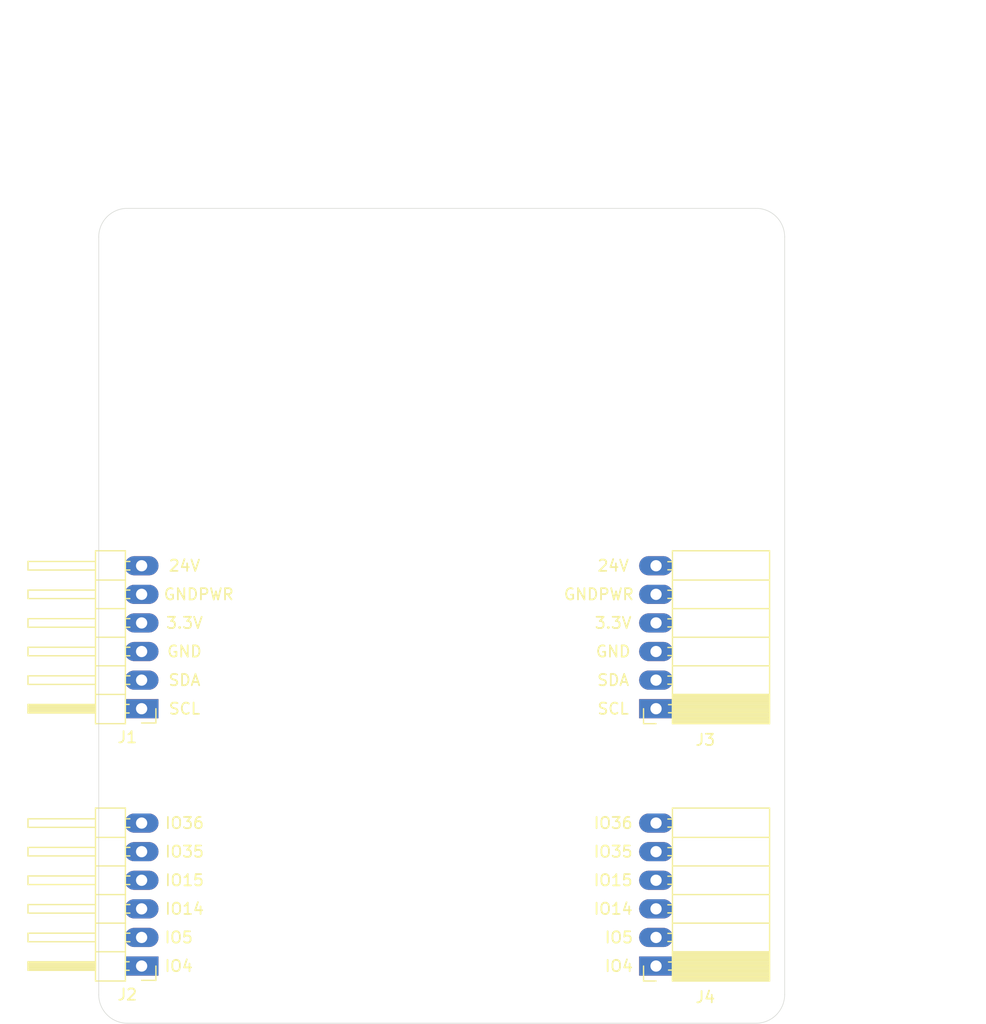
<source format=kicad_pcb>
(kicad_pcb (version 20171130) (host pcbnew 5.1.10-88a1d61d58~88~ubuntu20.04.1)

  (general
    (thickness 1.6)
    (drawings 39)
    (tracks 0)
    (zones 0)
    (modules 4)
    (nets 13)
  )

  (page A4)
  (layers
    (0 F.Cu signal)
    (31 B.Cu signal)
    (32 B.Adhes user)
    (33 F.Adhes user)
    (34 B.Paste user)
    (35 F.Paste user)
    (36 B.SilkS user)
    (37 F.SilkS user)
    (38 B.Mask user)
    (39 F.Mask user)
    (40 Dwgs.User user)
    (41 Cmts.User user)
    (42 Eco1.User user)
    (43 Eco2.User user)
    (44 Edge.Cuts user)
    (45 Margin user)
    (46 B.CrtYd user)
    (47 F.CrtYd user)
    (48 B.Fab user)
    (49 F.Fab user)
  )

  (setup
    (last_trace_width 0.2)
    (trace_clearance 0.2)
    (zone_clearance 0.508)
    (zone_45_only no)
    (trace_min 0.2)
    (via_size 0.6)
    (via_drill 0.3)
    (via_min_size 0.4)
    (via_min_drill 0.3)
    (uvia_size 0.6)
    (uvia_drill 0.3)
    (uvias_allowed no)
    (uvia_min_size 0.2)
    (uvia_min_drill 0.1)
    (edge_width 0.05)
    (segment_width 0.2)
    (pcb_text_width 0.3)
    (pcb_text_size 1.5 1.5)
    (mod_edge_width 0.12)
    (mod_text_size 1 1)
    (mod_text_width 0.15)
    (pad_size 3 1.7)
    (pad_drill 1)
    (pad_to_mask_clearance 0)
    (aux_axis_origin 60.96 134.62)
    (visible_elements FFFFFF7F)
    (pcbplotparams
      (layerselection 0x010f0_ffffffff)
      (usegerberextensions false)
      (usegerberattributes false)
      (usegerberadvancedattributes false)
      (creategerberjobfile false)
      (excludeedgelayer true)
      (linewidth 0.100000)
      (plotframeref false)
      (viasonmask false)
      (mode 1)
      (useauxorigin true)
      (hpglpennumber 1)
      (hpglpenspeed 20)
      (hpglpendiameter 15.000000)
      (psnegative false)
      (psa4output false)
      (plotreference true)
      (plotvalue true)
      (plotinvisibletext false)
      (padsonsilk false)
      (subtractmaskfromsilk false)
      (outputformat 1)
      (mirror false)
      (drillshape 0)
      (scaleselection 1)
      (outputdirectory "gerber/"))
  )

  (net 0 "")
  (net 1 +24V)
  (net 2 GNDPWR)
  (net 3 +3V3)
  (net 4 GND)
  (net 5 SCL)
  (net 6 SDA)
  (net 7 GPIO15)
  (net 8 GPIO5)
  (net 9 GPIO4)
  (net 10 GPIO36)
  (net 11 GPIO35)
  (net 12 GPIO14)

  (net_class Default "This is the default net class."
    (clearance 0.2)
    (trace_width 0.2)
    (via_dia 0.6)
    (via_drill 0.3)
    (uvia_dia 0.6)
    (uvia_drill 0.3)
    (add_net GPIO14)
    (add_net GPIO15)
    (add_net GPIO35)
    (add_net GPIO36)
    (add_net GPIO4)
    (add_net GPIO5)
    (add_net SCL)
    (add_net SDA)
  )

  (net_class Power ""
    (clearance 0.2)
    (trace_width 0.5)
    (via_dia 0.6)
    (via_drill 0.3)
    (uvia_dia 0.6)
    (uvia_drill 0.3)
    (add_net +24V)
    (add_net +3V3)
    (add_net GND)
    (add_net GNDPWR)
  )

  (module Connector_PinHeader_2.54mm:PinHeader_1x06_P2.54mm_Horizontal (layer F.Cu) (tedit 59FED5CB) (tstamp 600DFBDD)
    (at 67.31 121.92 180)
    (descr "Through hole angled pin header, 1x06, 2.54mm pitch, 6mm pin length, single row")
    (tags "Through hole angled pin header THT 1x06 2.54mm single row")
    (path /600DF682)
    (fp_text reference J2 (at 1.27 -2.54) (layer F.SilkS)
      (effects (font (size 1 1) (thickness 0.15)))
    )
    (fp_text value Conn_01x06_Male (at 4.385 14.97) (layer F.Fab)
      (effects (font (size 1 1) (thickness 0.15)))
    )
    (fp_line (start 10.55 -1.8) (end -1.8 -1.8) (layer F.CrtYd) (width 0.05))
    (fp_line (start 10.55 14.5) (end 10.55 -1.8) (layer F.CrtYd) (width 0.05))
    (fp_line (start -1.8 14.5) (end 10.55 14.5) (layer F.CrtYd) (width 0.05))
    (fp_line (start -1.8 -1.8) (end -1.8 14.5) (layer F.CrtYd) (width 0.05))
    (fp_line (start -1.27 -1.27) (end 0 -1.27) (layer F.SilkS) (width 0.12))
    (fp_line (start -1.27 0) (end -1.27 -1.27) (layer F.SilkS) (width 0.12))
    (fp_line (start 1.042929 13.08) (end 1.44 13.08) (layer F.SilkS) (width 0.12))
    (fp_line (start 1.042929 12.32) (end 1.44 12.32) (layer F.SilkS) (width 0.12))
    (fp_line (start 10.1 13.08) (end 4.1 13.08) (layer F.SilkS) (width 0.12))
    (fp_line (start 10.1 12.32) (end 10.1 13.08) (layer F.SilkS) (width 0.12))
    (fp_line (start 4.1 12.32) (end 10.1 12.32) (layer F.SilkS) (width 0.12))
    (fp_line (start 1.44 11.43) (end 4.1 11.43) (layer F.SilkS) (width 0.12))
    (fp_line (start 1.042929 10.54) (end 1.44 10.54) (layer F.SilkS) (width 0.12))
    (fp_line (start 1.042929 9.78) (end 1.44 9.78) (layer F.SilkS) (width 0.12))
    (fp_line (start 10.1 10.54) (end 4.1 10.54) (layer F.SilkS) (width 0.12))
    (fp_line (start 10.1 9.78) (end 10.1 10.54) (layer F.SilkS) (width 0.12))
    (fp_line (start 4.1 9.78) (end 10.1 9.78) (layer F.SilkS) (width 0.12))
    (fp_line (start 1.44 8.89) (end 4.1 8.89) (layer F.SilkS) (width 0.12))
    (fp_line (start 1.042929 8) (end 1.44 8) (layer F.SilkS) (width 0.12))
    (fp_line (start 1.042929 7.24) (end 1.44 7.24) (layer F.SilkS) (width 0.12))
    (fp_line (start 10.1 8) (end 4.1 8) (layer F.SilkS) (width 0.12))
    (fp_line (start 10.1 7.24) (end 10.1 8) (layer F.SilkS) (width 0.12))
    (fp_line (start 4.1 7.24) (end 10.1 7.24) (layer F.SilkS) (width 0.12))
    (fp_line (start 1.44 6.35) (end 4.1 6.35) (layer F.SilkS) (width 0.12))
    (fp_line (start 1.042929 5.46) (end 1.44 5.46) (layer F.SilkS) (width 0.12))
    (fp_line (start 1.042929 4.7) (end 1.44 4.7) (layer F.SilkS) (width 0.12))
    (fp_line (start 10.1 5.46) (end 4.1 5.46) (layer F.SilkS) (width 0.12))
    (fp_line (start 10.1 4.7) (end 10.1 5.46) (layer F.SilkS) (width 0.12))
    (fp_line (start 4.1 4.7) (end 10.1 4.7) (layer F.SilkS) (width 0.12))
    (fp_line (start 1.44 3.81) (end 4.1 3.81) (layer F.SilkS) (width 0.12))
    (fp_line (start 1.042929 2.92) (end 1.44 2.92) (layer F.SilkS) (width 0.12))
    (fp_line (start 1.042929 2.16) (end 1.44 2.16) (layer F.SilkS) (width 0.12))
    (fp_line (start 10.1 2.92) (end 4.1 2.92) (layer F.SilkS) (width 0.12))
    (fp_line (start 10.1 2.16) (end 10.1 2.92) (layer F.SilkS) (width 0.12))
    (fp_line (start 4.1 2.16) (end 10.1 2.16) (layer F.SilkS) (width 0.12))
    (fp_line (start 1.44 1.27) (end 4.1 1.27) (layer F.SilkS) (width 0.12))
    (fp_line (start 1.11 0.38) (end 1.44 0.38) (layer F.SilkS) (width 0.12))
    (fp_line (start 1.11 -0.38) (end 1.44 -0.38) (layer F.SilkS) (width 0.12))
    (fp_line (start 4.1 0.28) (end 10.1 0.28) (layer F.SilkS) (width 0.12))
    (fp_line (start 4.1 0.16) (end 10.1 0.16) (layer F.SilkS) (width 0.12))
    (fp_line (start 4.1 0.04) (end 10.1 0.04) (layer F.SilkS) (width 0.12))
    (fp_line (start 4.1 -0.08) (end 10.1 -0.08) (layer F.SilkS) (width 0.12))
    (fp_line (start 4.1 -0.2) (end 10.1 -0.2) (layer F.SilkS) (width 0.12))
    (fp_line (start 4.1 -0.32) (end 10.1 -0.32) (layer F.SilkS) (width 0.12))
    (fp_line (start 10.1 0.38) (end 4.1 0.38) (layer F.SilkS) (width 0.12))
    (fp_line (start 10.1 -0.38) (end 10.1 0.38) (layer F.SilkS) (width 0.12))
    (fp_line (start 4.1 -0.38) (end 10.1 -0.38) (layer F.SilkS) (width 0.12))
    (fp_line (start 4.1 -1.33) (end 1.44 -1.33) (layer F.SilkS) (width 0.12))
    (fp_line (start 4.1 14.03) (end 4.1 -1.33) (layer F.SilkS) (width 0.12))
    (fp_line (start 1.44 14.03) (end 4.1 14.03) (layer F.SilkS) (width 0.12))
    (fp_line (start 1.44 -1.33) (end 1.44 14.03) (layer F.SilkS) (width 0.12))
    (fp_line (start 4.04 13.02) (end 10.04 13.02) (layer F.Fab) (width 0.1))
    (fp_line (start 10.04 12.38) (end 10.04 13.02) (layer F.Fab) (width 0.1))
    (fp_line (start 4.04 12.38) (end 10.04 12.38) (layer F.Fab) (width 0.1))
    (fp_line (start -0.32 13.02) (end 1.5 13.02) (layer F.Fab) (width 0.1))
    (fp_line (start -0.32 12.38) (end -0.32 13.02) (layer F.Fab) (width 0.1))
    (fp_line (start -0.32 12.38) (end 1.5 12.38) (layer F.Fab) (width 0.1))
    (fp_line (start 4.04 10.48) (end 10.04 10.48) (layer F.Fab) (width 0.1))
    (fp_line (start 10.04 9.84) (end 10.04 10.48) (layer F.Fab) (width 0.1))
    (fp_line (start 4.04 9.84) (end 10.04 9.84) (layer F.Fab) (width 0.1))
    (fp_line (start -0.32 10.48) (end 1.5 10.48) (layer F.Fab) (width 0.1))
    (fp_line (start -0.32 9.84) (end -0.32 10.48) (layer F.Fab) (width 0.1))
    (fp_line (start -0.32 9.84) (end 1.5 9.84) (layer F.Fab) (width 0.1))
    (fp_line (start 4.04 7.94) (end 10.04 7.94) (layer F.Fab) (width 0.1))
    (fp_line (start 10.04 7.3) (end 10.04 7.94) (layer F.Fab) (width 0.1))
    (fp_line (start 4.04 7.3) (end 10.04 7.3) (layer F.Fab) (width 0.1))
    (fp_line (start -0.32 7.94) (end 1.5 7.94) (layer F.Fab) (width 0.1))
    (fp_line (start -0.32 7.3) (end -0.32 7.94) (layer F.Fab) (width 0.1))
    (fp_line (start -0.32 7.3) (end 1.5 7.3) (layer F.Fab) (width 0.1))
    (fp_line (start 4.04 5.4) (end 10.04 5.4) (layer F.Fab) (width 0.1))
    (fp_line (start 10.04 4.76) (end 10.04 5.4) (layer F.Fab) (width 0.1))
    (fp_line (start 4.04 4.76) (end 10.04 4.76) (layer F.Fab) (width 0.1))
    (fp_line (start -0.32 5.4) (end 1.5 5.4) (layer F.Fab) (width 0.1))
    (fp_line (start -0.32 4.76) (end -0.32 5.4) (layer F.Fab) (width 0.1))
    (fp_line (start -0.32 4.76) (end 1.5 4.76) (layer F.Fab) (width 0.1))
    (fp_line (start 4.04 2.86) (end 10.04 2.86) (layer F.Fab) (width 0.1))
    (fp_line (start 10.04 2.22) (end 10.04 2.86) (layer F.Fab) (width 0.1))
    (fp_line (start 4.04 2.22) (end 10.04 2.22) (layer F.Fab) (width 0.1))
    (fp_line (start -0.32 2.86) (end 1.5 2.86) (layer F.Fab) (width 0.1))
    (fp_line (start -0.32 2.22) (end -0.32 2.86) (layer F.Fab) (width 0.1))
    (fp_line (start -0.32 2.22) (end 1.5 2.22) (layer F.Fab) (width 0.1))
    (fp_line (start 4.04 0.32) (end 10.04 0.32) (layer F.Fab) (width 0.1))
    (fp_line (start 10.04 -0.32) (end 10.04 0.32) (layer F.Fab) (width 0.1))
    (fp_line (start 4.04 -0.32) (end 10.04 -0.32) (layer F.Fab) (width 0.1))
    (fp_line (start -0.32 0.32) (end 1.5 0.32) (layer F.Fab) (width 0.1))
    (fp_line (start -0.32 -0.32) (end -0.32 0.32) (layer F.Fab) (width 0.1))
    (fp_line (start -0.32 -0.32) (end 1.5 -0.32) (layer F.Fab) (width 0.1))
    (fp_line (start 1.5 -0.635) (end 2.135 -1.27) (layer F.Fab) (width 0.1))
    (fp_line (start 1.5 13.97) (end 1.5 -0.635) (layer F.Fab) (width 0.1))
    (fp_line (start 4.04 13.97) (end 1.5 13.97) (layer F.Fab) (width 0.1))
    (fp_line (start 4.04 -1.27) (end 4.04 13.97) (layer F.Fab) (width 0.1))
    (fp_line (start 2.135 -1.27) (end 4.04 -1.27) (layer F.Fab) (width 0.1))
    (fp_text user %R (at 2.77 6.35 90) (layer F.Fab)
      (effects (font (size 1 1) (thickness 0.15)))
    )
    (pad 6 thru_hole oval (at 0 12.7 180) (size 3 1.7) (drill 1) (layers *.Cu *.Mask)
      (net 10 GPIO36))
    (pad 5 thru_hole oval (at 0 10.16 180) (size 3 1.7) (drill 1) (layers *.Cu *.Mask)
      (net 11 GPIO35))
    (pad 4 thru_hole oval (at 0 7.62 180) (size 3 1.7) (drill 1) (layers *.Cu *.Mask)
      (net 7 GPIO15))
    (pad 3 thru_hole oval (at 0 5.08 180) (size 3 1.7) (drill 1) (layers *.Cu *.Mask)
      (net 12 GPIO14))
    (pad 2 thru_hole oval (at 0 2.54 180) (size 3 1.7) (drill 1) (layers *.Cu *.Mask)
      (net 8 GPIO5))
    (pad 1 thru_hole rect (at 0 0 180) (size 3 1.7) (drill 1) (layers *.Cu *.Mask)
      (net 9 GPIO4))
    (model ${KISYS3DMOD}/Connector_PinHeader_2.54mm.3dshapes/PinHeader_1x06_P2.54mm_Horizontal.wrl
      (at (xyz 0 0 0))
      (scale (xyz 1 1 1))
      (rotate (xyz 0 0 0))
    )
  )

  (module Connector_PinHeader_2.54mm:PinHeader_1x06_P2.54mm_Horizontal (layer F.Cu) (tedit 600DA0D7) (tstamp 600DFB76)
    (at 67.31 99.06 180)
    (descr "Through hole angled pin header, 1x06, 2.54mm pitch, 6mm pin length, single row")
    (tags "Through hole angled pin header THT 1x06 2.54mm single row")
    (path /600E0E0C)
    (fp_text reference J1 (at 1.27 -2.54) (layer F.SilkS)
      (effects (font (size 1 1) (thickness 0.15)))
    )
    (fp_text value Conn_01x06_Male (at 4.385 14.97) (layer F.Fab)
      (effects (font (size 1 1) (thickness 0.15)))
    )
    (fp_line (start 10.55 -1.8) (end -1.8 -1.8) (layer F.CrtYd) (width 0.05))
    (fp_line (start 10.55 14.5) (end 10.55 -1.8) (layer F.CrtYd) (width 0.05))
    (fp_line (start -1.8 14.5) (end 10.55 14.5) (layer F.CrtYd) (width 0.05))
    (fp_line (start -1.8 -1.8) (end -1.8 14.5) (layer F.CrtYd) (width 0.05))
    (fp_line (start -1.27 -1.27) (end 0 -1.27) (layer F.SilkS) (width 0.12))
    (fp_line (start -1.27 0) (end -1.27 -1.27) (layer F.SilkS) (width 0.12))
    (fp_line (start 1.042929 13.08) (end 1.44 13.08) (layer F.SilkS) (width 0.12))
    (fp_line (start 1.042929 12.32) (end 1.44 12.32) (layer F.SilkS) (width 0.12))
    (fp_line (start 10.1 13.08) (end 4.1 13.08) (layer F.SilkS) (width 0.12))
    (fp_line (start 10.1 12.32) (end 10.1 13.08) (layer F.SilkS) (width 0.12))
    (fp_line (start 4.1 12.32) (end 10.1 12.32) (layer F.SilkS) (width 0.12))
    (fp_line (start 1.44 11.43) (end 4.1 11.43) (layer F.SilkS) (width 0.12))
    (fp_line (start 1.042929 10.54) (end 1.44 10.54) (layer F.SilkS) (width 0.12))
    (fp_line (start 1.042929 9.78) (end 1.44 9.78) (layer F.SilkS) (width 0.12))
    (fp_line (start 10.1 10.54) (end 4.1 10.54) (layer F.SilkS) (width 0.12))
    (fp_line (start 10.1 9.78) (end 10.1 10.54) (layer F.SilkS) (width 0.12))
    (fp_line (start 4.1 9.78) (end 10.1 9.78) (layer F.SilkS) (width 0.12))
    (fp_line (start 1.44 8.89) (end 4.1 8.89) (layer F.SilkS) (width 0.12))
    (fp_line (start 1.042929 8) (end 1.44 8) (layer F.SilkS) (width 0.12))
    (fp_line (start 1.042929 7.24) (end 1.44 7.24) (layer F.SilkS) (width 0.12))
    (fp_line (start 10.1 8) (end 4.1 8) (layer F.SilkS) (width 0.12))
    (fp_line (start 10.1 7.24) (end 10.1 8) (layer F.SilkS) (width 0.12))
    (fp_line (start 4.1 7.24) (end 10.1 7.24) (layer F.SilkS) (width 0.12))
    (fp_line (start 1.44 6.35) (end 4.1 6.35) (layer F.SilkS) (width 0.12))
    (fp_line (start 1.042929 5.46) (end 1.44 5.46) (layer F.SilkS) (width 0.12))
    (fp_line (start 1.042929 4.7) (end 1.44 4.7) (layer F.SilkS) (width 0.12))
    (fp_line (start 10.1 5.46) (end 4.1 5.46) (layer F.SilkS) (width 0.12))
    (fp_line (start 10.1 4.7) (end 10.1 5.46) (layer F.SilkS) (width 0.12))
    (fp_line (start 4.1 4.7) (end 10.1 4.7) (layer F.SilkS) (width 0.12))
    (fp_line (start 1.44 3.81) (end 4.1 3.81) (layer F.SilkS) (width 0.12))
    (fp_line (start 1.042929 2.92) (end 1.44 2.92) (layer F.SilkS) (width 0.12))
    (fp_line (start 1.042929 2.16) (end 1.44 2.16) (layer F.SilkS) (width 0.12))
    (fp_line (start 10.1 2.92) (end 4.1 2.92) (layer F.SilkS) (width 0.12))
    (fp_line (start 10.1 2.16) (end 10.1 2.92) (layer F.SilkS) (width 0.12))
    (fp_line (start 4.1 2.16) (end 10.1 2.16) (layer F.SilkS) (width 0.12))
    (fp_line (start 1.44 1.27) (end 4.1 1.27) (layer F.SilkS) (width 0.12))
    (fp_line (start 1.11 0.38) (end 1.44 0.38) (layer F.SilkS) (width 0.12))
    (fp_line (start 1.11 -0.38) (end 1.44 -0.38) (layer F.SilkS) (width 0.12))
    (fp_line (start 4.1 0.28) (end 10.1 0.28) (layer F.SilkS) (width 0.12))
    (fp_line (start 4.1 0.16) (end 10.1 0.16) (layer F.SilkS) (width 0.12))
    (fp_line (start 4.1 0.04) (end 10.1 0.04) (layer F.SilkS) (width 0.12))
    (fp_line (start 4.1 -0.08) (end 10.1 -0.08) (layer F.SilkS) (width 0.12))
    (fp_line (start 4.1 -0.2) (end 10.1 -0.2) (layer F.SilkS) (width 0.12))
    (fp_line (start 4.1 -0.32) (end 10.1 -0.32) (layer F.SilkS) (width 0.12))
    (fp_line (start 10.1 0.38) (end 4.1 0.38) (layer F.SilkS) (width 0.12))
    (fp_line (start 10.1 -0.38) (end 10.1 0.38) (layer F.SilkS) (width 0.12))
    (fp_line (start 4.1 -0.38) (end 10.1 -0.38) (layer F.SilkS) (width 0.12))
    (fp_line (start 4.1 -1.33) (end 1.44 -1.33) (layer F.SilkS) (width 0.12))
    (fp_line (start 4.1 14.03) (end 4.1 -1.33) (layer F.SilkS) (width 0.12))
    (fp_line (start 1.44 14.03) (end 4.1 14.03) (layer F.SilkS) (width 0.12))
    (fp_line (start 1.44 -1.33) (end 1.44 14.03) (layer F.SilkS) (width 0.12))
    (fp_line (start 4.04 13.02) (end 10.04 13.02) (layer F.Fab) (width 0.1))
    (fp_line (start 10.04 12.38) (end 10.04 13.02) (layer F.Fab) (width 0.1))
    (fp_line (start 4.04 12.38) (end 10.04 12.38) (layer F.Fab) (width 0.1))
    (fp_line (start -0.32 13.02) (end 1.5 13.02) (layer F.Fab) (width 0.1))
    (fp_line (start -0.32 12.38) (end -0.32 13.02) (layer F.Fab) (width 0.1))
    (fp_line (start -0.32 12.38) (end 1.5 12.38) (layer F.Fab) (width 0.1))
    (fp_line (start 4.04 10.48) (end 10.04 10.48) (layer F.Fab) (width 0.1))
    (fp_line (start 10.04 9.84) (end 10.04 10.48) (layer F.Fab) (width 0.1))
    (fp_line (start 4.04 9.84) (end 10.04 9.84) (layer F.Fab) (width 0.1))
    (fp_line (start -0.32 10.48) (end 1.5 10.48) (layer F.Fab) (width 0.1))
    (fp_line (start -0.32 9.84) (end -0.32 10.48) (layer F.Fab) (width 0.1))
    (fp_line (start -0.32 9.84) (end 1.5 9.84) (layer F.Fab) (width 0.1))
    (fp_line (start 4.04 7.94) (end 10.04 7.94) (layer F.Fab) (width 0.1))
    (fp_line (start 10.04 7.3) (end 10.04 7.94) (layer F.Fab) (width 0.1))
    (fp_line (start 4.04 7.3) (end 10.04 7.3) (layer F.Fab) (width 0.1))
    (fp_line (start -0.32 7.94) (end 1.5 7.94) (layer F.Fab) (width 0.1))
    (fp_line (start -0.32 7.3) (end -0.32 7.94) (layer F.Fab) (width 0.1))
    (fp_line (start -0.32 7.3) (end 1.5 7.3) (layer F.Fab) (width 0.1))
    (fp_line (start 4.04 5.4) (end 10.04 5.4) (layer F.Fab) (width 0.1))
    (fp_line (start 10.04 4.76) (end 10.04 5.4) (layer F.Fab) (width 0.1))
    (fp_line (start 4.04 4.76) (end 10.04 4.76) (layer F.Fab) (width 0.1))
    (fp_line (start -0.32 5.4) (end 1.5 5.4) (layer F.Fab) (width 0.1))
    (fp_line (start -0.32 4.76) (end -0.32 5.4) (layer F.Fab) (width 0.1))
    (fp_line (start -0.32 4.76) (end 1.5 4.76) (layer F.Fab) (width 0.1))
    (fp_line (start 4.04 2.86) (end 10.04 2.86) (layer F.Fab) (width 0.1))
    (fp_line (start 10.04 2.22) (end 10.04 2.86) (layer F.Fab) (width 0.1))
    (fp_line (start 4.04 2.22) (end 10.04 2.22) (layer F.Fab) (width 0.1))
    (fp_line (start -0.32 2.86) (end 1.5 2.86) (layer F.Fab) (width 0.1))
    (fp_line (start -0.32 2.22) (end -0.32 2.86) (layer F.Fab) (width 0.1))
    (fp_line (start -0.32 2.22) (end 1.5 2.22) (layer F.Fab) (width 0.1))
    (fp_line (start 4.04 0.32) (end 10.04 0.32) (layer F.Fab) (width 0.1))
    (fp_line (start 10.04 -0.32) (end 10.04 0.32) (layer F.Fab) (width 0.1))
    (fp_line (start 4.04 -0.32) (end 10.04 -0.32) (layer F.Fab) (width 0.1))
    (fp_line (start -0.32 0.32) (end 1.5 0.32) (layer F.Fab) (width 0.1))
    (fp_line (start -0.32 -0.32) (end -0.32 0.32) (layer F.Fab) (width 0.1))
    (fp_line (start -0.32 -0.32) (end 1.5 -0.32) (layer F.Fab) (width 0.1))
    (fp_line (start 1.5 -0.635) (end 2.135 -1.27) (layer F.Fab) (width 0.1))
    (fp_line (start 1.5 13.97) (end 1.5 -0.635) (layer F.Fab) (width 0.1))
    (fp_line (start 4.04 13.97) (end 1.5 13.97) (layer F.Fab) (width 0.1))
    (fp_line (start 4.04 -1.27) (end 4.04 13.97) (layer F.Fab) (width 0.1))
    (fp_line (start 2.135 -1.27) (end 4.04 -1.27) (layer F.Fab) (width 0.1))
    (fp_text user %R (at 2.77 6.35 90) (layer F.Fab)
      (effects (font (size 1 1) (thickness 0.15)))
    )
    (pad 6 thru_hole oval (at 0 12.7 180) (size 3 1.7) (drill 1) (layers *.Cu *.Mask)
      (net 1 +24V))
    (pad 5 thru_hole oval (at 0 10.16 180) (size 3 1.7) (drill 1) (layers *.Cu *.Mask)
      (net 2 GNDPWR))
    (pad 4 thru_hole oval (at 0 7.62 180) (size 3 1.7) (drill 1) (layers *.Cu *.Mask)
      (net 3 +3V3))
    (pad 3 thru_hole oval (at 0 5.08 180) (size 3 1.7) (drill 1) (layers *.Cu *.Mask)
      (net 4 GND))
    (pad 2 thru_hole oval (at 0 2.54 180) (size 3 1.7) (drill 1) (layers *.Cu *.Mask)
      (net 6 SDA))
    (pad 1 thru_hole rect (at 0 0 180) (size 3 1.7) (drill 1) (layers *.Cu *.Mask)
      (net 5 SCL))
    (model ${KISYS3DMOD}/Connector_PinHeader_2.54mm.3dshapes/PinHeader_1x06_P2.54mm_Horizontal.wrl
      (at (xyz 0 0 0))
      (scale (xyz 1 1 1))
      (rotate (xyz 0 0 0))
    )
  )

  (module Connector_PinSocket_2.54mm:PinSocket_1x06_P2.54mm_Horizontal (layer F.Cu) (tedit 600CA424) (tstamp 600CFA97)
    (at 113.03 121.92 180)
    (descr "Through hole angled socket strip, 1x06, 2.54mm pitch, 8.51mm socket length, single row (from Kicad 4.0.7), script generated")
    (tags "Through hole angled socket strip THT 1x06 2.54mm single row")
    (path /6012ED6C)
    (fp_text reference J4 (at -4.38 -2.77) (layer F.SilkS)
      (effects (font (size 1 1) (thickness 0.15)))
    )
    (fp_text value Conn_01x06_Female (at -2.54 15.47) (layer F.Fab)
      (effects (font (size 1 1) (thickness 0.15)))
    )
    (fp_line (start -10.03 -1.27) (end -2.49 -1.27) (layer F.Fab) (width 0.1))
    (fp_line (start -2.49 -1.27) (end -1.52 -0.3) (layer F.Fab) (width 0.1))
    (fp_line (start -1.52 -0.3) (end -1.52 13.97) (layer F.Fab) (width 0.1))
    (fp_line (start -1.52 13.97) (end -10.03 13.97) (layer F.Fab) (width 0.1))
    (fp_line (start -10.03 13.97) (end -10.03 -1.27) (layer F.Fab) (width 0.1))
    (fp_line (start 0 -0.3) (end -1.52 -0.3) (layer F.Fab) (width 0.1))
    (fp_line (start -1.52 0.3) (end 0 0.3) (layer F.Fab) (width 0.1))
    (fp_line (start 0 0.3) (end 0 -0.3) (layer F.Fab) (width 0.1))
    (fp_line (start 0 2.24) (end -1.52 2.24) (layer F.Fab) (width 0.1))
    (fp_line (start -1.52 2.84) (end 0 2.84) (layer F.Fab) (width 0.1))
    (fp_line (start 0 2.84) (end 0 2.24) (layer F.Fab) (width 0.1))
    (fp_line (start 0 4.78) (end -1.52 4.78) (layer F.Fab) (width 0.1))
    (fp_line (start -1.52 5.38) (end 0 5.38) (layer F.Fab) (width 0.1))
    (fp_line (start 0 5.38) (end 0 4.78) (layer F.Fab) (width 0.1))
    (fp_line (start 0 7.32) (end -1.52 7.32) (layer F.Fab) (width 0.1))
    (fp_line (start -1.52 7.92) (end 0 7.92) (layer F.Fab) (width 0.1))
    (fp_line (start 0 7.92) (end 0 7.32) (layer F.Fab) (width 0.1))
    (fp_line (start 0 9.86) (end -1.52 9.86) (layer F.Fab) (width 0.1))
    (fp_line (start -1.52 10.46) (end 0 10.46) (layer F.Fab) (width 0.1))
    (fp_line (start 0 10.46) (end 0 9.86) (layer F.Fab) (width 0.1))
    (fp_line (start 0 12.4) (end -1.52 12.4) (layer F.Fab) (width 0.1))
    (fp_line (start -1.52 13) (end 0 13) (layer F.Fab) (width 0.1))
    (fp_line (start 0 13) (end 0 12.4) (layer F.Fab) (width 0.1))
    (fp_line (start -10.09 -1.21) (end -1.46 -1.21) (layer F.SilkS) (width 0.12))
    (fp_line (start -10.09 -1.091905) (end -1.46 -1.091905) (layer F.SilkS) (width 0.12))
    (fp_line (start -10.09 -0.97381) (end -1.46 -0.97381) (layer F.SilkS) (width 0.12))
    (fp_line (start -10.09 -0.855715) (end -1.46 -0.855715) (layer F.SilkS) (width 0.12))
    (fp_line (start -10.09 -0.73762) (end -1.46 -0.73762) (layer F.SilkS) (width 0.12))
    (fp_line (start -10.09 -0.619525) (end -1.46 -0.619525) (layer F.SilkS) (width 0.12))
    (fp_line (start -10.09 -0.50143) (end -1.46 -0.50143) (layer F.SilkS) (width 0.12))
    (fp_line (start -10.09 -0.383335) (end -1.46 -0.383335) (layer F.SilkS) (width 0.12))
    (fp_line (start -10.09 -0.26524) (end -1.46 -0.26524) (layer F.SilkS) (width 0.12))
    (fp_line (start -10.09 -0.147145) (end -1.46 -0.147145) (layer F.SilkS) (width 0.12))
    (fp_line (start -10.09 -0.02905) (end -1.46 -0.02905) (layer F.SilkS) (width 0.12))
    (fp_line (start -10.09 0.089045) (end -1.46 0.089045) (layer F.SilkS) (width 0.12))
    (fp_line (start -10.09 0.20714) (end -1.46 0.20714) (layer F.SilkS) (width 0.12))
    (fp_line (start -10.09 0.325235) (end -1.46 0.325235) (layer F.SilkS) (width 0.12))
    (fp_line (start -10.09 0.44333) (end -1.46 0.44333) (layer F.SilkS) (width 0.12))
    (fp_line (start -10.09 0.561425) (end -1.46 0.561425) (layer F.SilkS) (width 0.12))
    (fp_line (start -10.09 0.67952) (end -1.46 0.67952) (layer F.SilkS) (width 0.12))
    (fp_line (start -10.09 0.797615) (end -1.46 0.797615) (layer F.SilkS) (width 0.12))
    (fp_line (start -10.09 0.91571) (end -1.46 0.91571) (layer F.SilkS) (width 0.12))
    (fp_line (start -10.09 1.033805) (end -1.46 1.033805) (layer F.SilkS) (width 0.12))
    (fp_line (start -10.09 1.1519) (end -1.46 1.1519) (layer F.SilkS) (width 0.12))
    (fp_line (start -1.46 -0.36) (end -1.11 -0.36) (layer F.SilkS) (width 0.12))
    (fp_line (start -1.46 0.36) (end -1.11 0.36) (layer F.SilkS) (width 0.12))
    (fp_line (start -1.46 2.18) (end -1.05 2.18) (layer F.SilkS) (width 0.12))
    (fp_line (start -1.46 2.9) (end -1.05 2.9) (layer F.SilkS) (width 0.12))
    (fp_line (start -1.46 4.72) (end -1.05 4.72) (layer F.SilkS) (width 0.12))
    (fp_line (start -1.46 5.44) (end -1.05 5.44) (layer F.SilkS) (width 0.12))
    (fp_line (start -1.46 7.26) (end -1.05 7.26) (layer F.SilkS) (width 0.12))
    (fp_line (start -1.46 7.98) (end -1.05 7.98) (layer F.SilkS) (width 0.12))
    (fp_line (start -1.46 9.8) (end -1.05 9.8) (layer F.SilkS) (width 0.12))
    (fp_line (start -1.46 10.52) (end -1.05 10.52) (layer F.SilkS) (width 0.12))
    (fp_line (start -1.46 12.34) (end -1.05 12.34) (layer F.SilkS) (width 0.12))
    (fp_line (start -1.46 13.06) (end -1.05 13.06) (layer F.SilkS) (width 0.12))
    (fp_line (start -10.09 1.27) (end -1.46 1.27) (layer F.SilkS) (width 0.12))
    (fp_line (start -10.09 3.81) (end -1.46 3.81) (layer F.SilkS) (width 0.12))
    (fp_line (start -10.09 6.35) (end -1.46 6.35) (layer F.SilkS) (width 0.12))
    (fp_line (start -10.09 8.89) (end -1.46 8.89) (layer F.SilkS) (width 0.12))
    (fp_line (start -10.09 11.43) (end -1.46 11.43) (layer F.SilkS) (width 0.12))
    (fp_line (start -10.09 -1.33) (end -1.46 -1.33) (layer F.SilkS) (width 0.12))
    (fp_line (start -1.46 -1.33) (end -1.46 14.03) (layer F.SilkS) (width 0.12))
    (fp_line (start -10.09 14.03) (end -1.46 14.03) (layer F.SilkS) (width 0.12))
    (fp_line (start -10.09 -1.33) (end -10.09 14.03) (layer F.SilkS) (width 0.12))
    (fp_line (start 1.11 -1.33) (end 1.11 0) (layer F.SilkS) (width 0.12))
    (fp_line (start 0 -1.33) (end 1.11 -1.33) (layer F.SilkS) (width 0.12))
    (fp_line (start 1.75 -1.8) (end -10.55 -1.8) (layer F.CrtYd) (width 0.05))
    (fp_line (start -10.55 -1.8) (end -10.55 14.45) (layer F.CrtYd) (width 0.05))
    (fp_line (start -10.55 14.45) (end 1.75 14.45) (layer F.CrtYd) (width 0.05))
    (fp_line (start 1.75 14.45) (end 1.75 -1.8) (layer F.CrtYd) (width 0.05))
    (fp_text user %R (at -5.775 6.35 90) (layer F.Fab)
      (effects (font (size 1 1) (thickness 0.15)))
    )
    (pad 6 thru_hole oval (at 0 12.7 180) (size 3 1.7) (drill 1) (layers *.Cu *.Mask)
      (net 10 GPIO36))
    (pad 5 thru_hole oval (at 0 10.16 180) (size 3 1.7) (drill 1) (layers *.Cu *.Mask)
      (net 11 GPIO35))
    (pad 4 thru_hole oval (at 0 7.62 180) (size 3 1.7) (drill 1) (layers *.Cu *.Mask)
      (net 7 GPIO15))
    (pad 3 thru_hole oval (at 0 5.08 180) (size 3 1.7) (drill 1) (layers *.Cu *.Mask)
      (net 12 GPIO14))
    (pad 2 thru_hole oval (at 0 2.54 180) (size 3 1.7) (drill 1) (layers *.Cu *.Mask)
      (net 8 GPIO5))
    (pad 1 thru_hole rect (at 0 0 180) (size 3 1.7) (drill 1) (layers *.Cu *.Mask)
      (net 9 GPIO4))
    (model ${KISYS3DMOD}/Connector_PinSocket_2.54mm.3dshapes/PinSocket_1x06_P2.54mm_Horizontal.wrl
      (at (xyz 0 0 0))
      (scale (xyz 1 1 1))
      (rotate (xyz 0 0 0))
    )
  )

  (module Connector_PinSocket_2.54mm:PinSocket_1x06_P2.54mm_Horizontal (layer F.Cu) (tedit 5FA6D208) (tstamp 5FA6FA4C)
    (at 113.03 99.06 180)
    (descr "Through hole angled socket strip, 1x06, 2.54mm pitch, 8.51mm socket length, single row (from Kicad 4.0.7), script generated")
    (tags "Through hole angled socket strip THT 1x06 2.54mm single row")
    (path /5FA73C4E)
    (fp_text reference J3 (at -4.38 -2.77) (layer F.SilkS)
      (effects (font (size 1 1) (thickness 0.15)))
    )
    (fp_text value Conn_01x06_Female (at -2.54 15.47) (layer F.Fab)
      (effects (font (size 1 1) (thickness 0.15)))
    )
    (fp_line (start 1.75 14.45) (end 1.75 -1.8) (layer F.CrtYd) (width 0.05))
    (fp_line (start -10.55 14.45) (end 1.75 14.45) (layer F.CrtYd) (width 0.05))
    (fp_line (start -10.55 -1.8) (end -10.55 14.45) (layer F.CrtYd) (width 0.05))
    (fp_line (start 1.75 -1.8) (end -10.55 -1.8) (layer F.CrtYd) (width 0.05))
    (fp_line (start 0 -1.33) (end 1.11 -1.33) (layer F.SilkS) (width 0.12))
    (fp_line (start 1.11 -1.33) (end 1.11 0) (layer F.SilkS) (width 0.12))
    (fp_line (start -10.09 -1.33) (end -10.09 14.03) (layer F.SilkS) (width 0.12))
    (fp_line (start -10.09 14.03) (end -1.46 14.03) (layer F.SilkS) (width 0.12))
    (fp_line (start -1.46 -1.33) (end -1.46 14.03) (layer F.SilkS) (width 0.12))
    (fp_line (start -10.09 -1.33) (end -1.46 -1.33) (layer F.SilkS) (width 0.12))
    (fp_line (start -10.09 11.43) (end -1.46 11.43) (layer F.SilkS) (width 0.12))
    (fp_line (start -10.09 8.89) (end -1.46 8.89) (layer F.SilkS) (width 0.12))
    (fp_line (start -10.09 6.35) (end -1.46 6.35) (layer F.SilkS) (width 0.12))
    (fp_line (start -10.09 3.81) (end -1.46 3.81) (layer F.SilkS) (width 0.12))
    (fp_line (start -10.09 1.27) (end -1.46 1.27) (layer F.SilkS) (width 0.12))
    (fp_line (start -1.46 13.06) (end -1.05 13.06) (layer F.SilkS) (width 0.12))
    (fp_line (start -1.46 12.34) (end -1.05 12.34) (layer F.SilkS) (width 0.12))
    (fp_line (start -1.46 10.52) (end -1.05 10.52) (layer F.SilkS) (width 0.12))
    (fp_line (start -1.46 9.8) (end -1.05 9.8) (layer F.SilkS) (width 0.12))
    (fp_line (start -1.46 7.98) (end -1.05 7.98) (layer F.SilkS) (width 0.12))
    (fp_line (start -1.46 7.26) (end -1.05 7.26) (layer F.SilkS) (width 0.12))
    (fp_line (start -1.46 5.44) (end -1.05 5.44) (layer F.SilkS) (width 0.12))
    (fp_line (start -1.46 4.72) (end -1.05 4.72) (layer F.SilkS) (width 0.12))
    (fp_line (start -1.46 2.9) (end -1.05 2.9) (layer F.SilkS) (width 0.12))
    (fp_line (start -1.46 2.18) (end -1.05 2.18) (layer F.SilkS) (width 0.12))
    (fp_line (start -1.46 0.36) (end -1.11 0.36) (layer F.SilkS) (width 0.12))
    (fp_line (start -1.46 -0.36) (end -1.11 -0.36) (layer F.SilkS) (width 0.12))
    (fp_line (start -10.09 1.1519) (end -1.46 1.1519) (layer F.SilkS) (width 0.12))
    (fp_line (start -10.09 1.033805) (end -1.46 1.033805) (layer F.SilkS) (width 0.12))
    (fp_line (start -10.09 0.91571) (end -1.46 0.91571) (layer F.SilkS) (width 0.12))
    (fp_line (start -10.09 0.797615) (end -1.46 0.797615) (layer F.SilkS) (width 0.12))
    (fp_line (start -10.09 0.67952) (end -1.46 0.67952) (layer F.SilkS) (width 0.12))
    (fp_line (start -10.09 0.561425) (end -1.46 0.561425) (layer F.SilkS) (width 0.12))
    (fp_line (start -10.09 0.44333) (end -1.46 0.44333) (layer F.SilkS) (width 0.12))
    (fp_line (start -10.09 0.325235) (end -1.46 0.325235) (layer F.SilkS) (width 0.12))
    (fp_line (start -10.09 0.20714) (end -1.46 0.20714) (layer F.SilkS) (width 0.12))
    (fp_line (start -10.09 0.089045) (end -1.46 0.089045) (layer F.SilkS) (width 0.12))
    (fp_line (start -10.09 -0.02905) (end -1.46 -0.02905) (layer F.SilkS) (width 0.12))
    (fp_line (start -10.09 -0.147145) (end -1.46 -0.147145) (layer F.SilkS) (width 0.12))
    (fp_line (start -10.09 -0.26524) (end -1.46 -0.26524) (layer F.SilkS) (width 0.12))
    (fp_line (start -10.09 -0.383335) (end -1.46 -0.383335) (layer F.SilkS) (width 0.12))
    (fp_line (start -10.09 -0.50143) (end -1.46 -0.50143) (layer F.SilkS) (width 0.12))
    (fp_line (start -10.09 -0.619525) (end -1.46 -0.619525) (layer F.SilkS) (width 0.12))
    (fp_line (start -10.09 -0.73762) (end -1.46 -0.73762) (layer F.SilkS) (width 0.12))
    (fp_line (start -10.09 -0.855715) (end -1.46 -0.855715) (layer F.SilkS) (width 0.12))
    (fp_line (start -10.09 -0.97381) (end -1.46 -0.97381) (layer F.SilkS) (width 0.12))
    (fp_line (start -10.09 -1.091905) (end -1.46 -1.091905) (layer F.SilkS) (width 0.12))
    (fp_line (start -10.09 -1.21) (end -1.46 -1.21) (layer F.SilkS) (width 0.12))
    (fp_line (start 0 13) (end 0 12.4) (layer F.Fab) (width 0.1))
    (fp_line (start -1.52 13) (end 0 13) (layer F.Fab) (width 0.1))
    (fp_line (start 0 12.4) (end -1.52 12.4) (layer F.Fab) (width 0.1))
    (fp_line (start 0 10.46) (end 0 9.86) (layer F.Fab) (width 0.1))
    (fp_line (start -1.52 10.46) (end 0 10.46) (layer F.Fab) (width 0.1))
    (fp_line (start 0 9.86) (end -1.52 9.86) (layer F.Fab) (width 0.1))
    (fp_line (start 0 7.92) (end 0 7.32) (layer F.Fab) (width 0.1))
    (fp_line (start -1.52 7.92) (end 0 7.92) (layer F.Fab) (width 0.1))
    (fp_line (start 0 7.32) (end -1.52 7.32) (layer F.Fab) (width 0.1))
    (fp_line (start 0 5.38) (end 0 4.78) (layer F.Fab) (width 0.1))
    (fp_line (start -1.52 5.38) (end 0 5.38) (layer F.Fab) (width 0.1))
    (fp_line (start 0 4.78) (end -1.52 4.78) (layer F.Fab) (width 0.1))
    (fp_line (start 0 2.84) (end 0 2.24) (layer F.Fab) (width 0.1))
    (fp_line (start -1.52 2.84) (end 0 2.84) (layer F.Fab) (width 0.1))
    (fp_line (start 0 2.24) (end -1.52 2.24) (layer F.Fab) (width 0.1))
    (fp_line (start 0 0.3) (end 0 -0.3) (layer F.Fab) (width 0.1))
    (fp_line (start -1.52 0.3) (end 0 0.3) (layer F.Fab) (width 0.1))
    (fp_line (start 0 -0.3) (end -1.52 -0.3) (layer F.Fab) (width 0.1))
    (fp_line (start -10.03 13.97) (end -10.03 -1.27) (layer F.Fab) (width 0.1))
    (fp_line (start -1.52 13.97) (end -10.03 13.97) (layer F.Fab) (width 0.1))
    (fp_line (start -1.52 -0.3) (end -1.52 13.97) (layer F.Fab) (width 0.1))
    (fp_line (start -2.49 -1.27) (end -1.52 -0.3) (layer F.Fab) (width 0.1))
    (fp_line (start -10.03 -1.27) (end -2.49 -1.27) (layer F.Fab) (width 0.1))
    (fp_text user %R (at -5.775 6.35 90) (layer F.Fab)
      (effects (font (size 1 1) (thickness 0.15)))
    )
    (pad 6 thru_hole oval (at 0 12.7 180) (size 3 1.7) (drill 1) (layers *.Cu *.Mask)
      (net 1 +24V))
    (pad 5 thru_hole oval (at 0 10.16 180) (size 3 1.7) (drill 1) (layers *.Cu *.Mask)
      (net 2 GNDPWR))
    (pad 4 thru_hole oval (at 0 7.62 180) (size 3 1.7) (drill 1) (layers *.Cu *.Mask)
      (net 3 +3V3))
    (pad 3 thru_hole oval (at 0 5.08 180) (size 3 1.7) (drill 1) (layers *.Cu *.Mask)
      (net 4 GND))
    (pad 2 thru_hole oval (at 0 2.54 180) (size 3 1.7) (drill 1) (layers *.Cu *.Mask)
      (net 6 SDA))
    (pad 1 thru_hole rect (at 0 0 180) (size 3 1.7) (drill 1) (layers *.Cu *.Mask)
      (net 5 SCL))
    (model ${KISYS3DMOD}/Connector_PinSocket_2.54mm.3dshapes/PinSocket_1x06_P2.54mm_Horizontal.wrl
      (at (xyz 0 0 0))
      (scale (xyz 1 1 1))
      (rotate (xyz 0 0 0))
    )
  )

  (gr_arc (start 121.92 57.15) (end 124.46 57.15) (angle -90) (layer Edge.Cuts) (width 0.05))
  (gr_arc (start 121.92 124.46) (end 121.92 127) (angle -90) (layer Edge.Cuts) (width 0.05))
  (gr_arc (start 66.04 124.46) (end 63.5 124.46) (angle -90) (layer Edge.Cuts) (width 0.05))
  (gr_arc (start 66.04 57.15) (end 66.04 54.61) (angle -90) (layer Edge.Cuts) (width 0.05))
  (gr_text IO14 (at 71.12 116.84) (layer F.SilkS) (tstamp 600D92C3)
    (effects (font (size 1 1) (thickness 0.15)))
  )
  (gr_text IO36 (at 71.12 109.22) (layer F.SilkS) (tstamp 600D92C2)
    (effects (font (size 1 1) (thickness 0.15)))
  )
  (gr_text IO35 (at 71.12 111.76) (layer F.SilkS) (tstamp 600D92C1)
    (effects (font (size 1 1) (thickness 0.15)))
  )
  (gr_text IO4 (at 70.612 121.92) (layer F.SilkS) (tstamp 600D92C0)
    (effects (font (size 1 1) (thickness 0.15)))
  )
  (gr_text IO5 (at 70.612 119.38) (layer F.SilkS) (tstamp 600D92BF)
    (effects (font (size 1 1) (thickness 0.15)))
  )
  (gr_text IO15 (at 71.12 114.3) (layer F.SilkS) (tstamp 600D92BE)
    (effects (font (size 1 1) (thickness 0.15)))
  )
  (gr_text 24V (at 71.12 86.36) (layer F.SilkS) (tstamp 600D9299)
    (effects (font (size 1 1) (thickness 0.15)))
  )
  (gr_text GNDPWR (at 72.39 88.9) (layer F.SilkS) (tstamp 600D9298)
    (effects (font (size 1 1) (thickness 0.15)))
  )
  (gr_text 3.3V (at 71.12 91.44) (layer F.SilkS) (tstamp 600D9297)
    (effects (font (size 1 1) (thickness 0.15)))
  )
  (gr_text GND (at 71.12 93.98) (layer F.SilkS) (tstamp 600D9296)
    (effects (font (size 1 1) (thickness 0.15)))
  )
  (gr_text SDA (at 71.12 96.52) (layer F.SilkS) (tstamp 600D9295)
    (effects (font (size 1 1) (thickness 0.15)))
  )
  (gr_text SCL (at 71.12 99.06) (layer F.SilkS) (tstamp 600D9294)
    (effects (font (size 1 1) (thickness 0.15)))
  )
  (gr_text IO4 (at 109.728 121.92) (layer F.SilkS)
    (effects (font (size 1 1) (thickness 0.15)))
  )
  (gr_text IO5 (at 109.728 119.38) (layer F.SilkS)
    (effects (font (size 1 1) (thickness 0.15)))
  )
  (gr_text IO14 (at 109.22 116.84) (layer F.SilkS)
    (effects (font (size 1 1) (thickness 0.15)))
  )
  (gr_text IO15 (at 109.22 114.3) (layer F.SilkS)
    (effects (font (size 1 1) (thickness 0.15)))
  )
  (gr_text IO35 (at 109.22 111.76) (layer F.SilkS)
    (effects (font (size 1 1) (thickness 0.15)))
  )
  (gr_text IO36 (at 109.22 109.22) (layer F.SilkS)
    (effects (font (size 1 1) (thickness 0.15)))
  )
  (gr_text SCL (at 109.22 99.06) (layer F.SilkS)
    (effects (font (size 1 1) (thickness 0.15)))
  )
  (gr_text SDA (at 109.22 96.52) (layer F.SilkS)
    (effects (font (size 1 1) (thickness 0.15)))
  )
  (gr_text GND (at 109.22 93.98) (layer F.SilkS)
    (effects (font (size 1 1) (thickness 0.15)))
  )
  (gr_text 3.3V (at 109.22 91.44) (layer F.SilkS)
    (effects (font (size 1 1) (thickness 0.15)))
  )
  (gr_text GNDPWR (at 107.95 88.9) (layer F.SilkS)
    (effects (font (size 1 1) (thickness 0.15)))
  )
  (gr_text 24V (at 109.22 86.36) (layer F.SilkS) (tstamp 600D125A)
    (effects (font (size 1 1) (thickness 0.15)))
  )
  (dimension 60.96 (width 0.15) (layer Dwgs.User)
    (gr_text "60,960 mm" (at 93.98 43.21) (layer Dwgs.User)
      (effects (font (size 1 1) (thickness 0.15)))
    )
    (feature1 (pts (xy 124.46 41.91) (xy 124.46 42.496421)))
    (feature2 (pts (xy 63.5 41.91) (xy 63.5 42.496421)))
    (crossbar (pts (xy 63.5 41.91) (xy 124.46 41.91)))
    (arrow1a (pts (xy 124.46 41.91) (xy 123.333496 42.496421)))
    (arrow1b (pts (xy 124.46 41.91) (xy 123.333496 41.323579)))
    (arrow2a (pts (xy 63.5 41.91) (xy 64.626504 42.496421)))
    (arrow2b (pts (xy 63.5 41.91) (xy 64.626504 41.323579)))
  )
  (gr_line (start 124.46 57.15) (end 124.46 124.46) (layer Edge.Cuts) (width 0.05))
  (dimension 35.56 (width 0.15) (layer Dwgs.User)
    (gr_text "1,4 in" (at 138.4 72.39 270) (layer Dwgs.User)
      (effects (font (size 1 1) (thickness 0.15)))
    )
    (feature1 (pts (xy 139.7 90.17) (xy 139.113579 90.17)))
    (feature2 (pts (xy 139.7 54.61) (xy 139.113579 54.61)))
    (crossbar (pts (xy 139.7 54.61) (xy 139.7 90.17)))
    (arrow1a (pts (xy 139.7 90.17) (xy 139.113579 89.043496)))
    (arrow1b (pts (xy 139.7 90.17) (xy 140.286421 89.043496)))
    (arrow2a (pts (xy 139.7 54.61) (xy 139.113579 55.736504)))
    (arrow2b (pts (xy 139.7 54.61) (xy 140.286421 55.736504)))
  )
  (dimension 27.94 (width 0.15) (layer Dwgs.User)
    (gr_text "1,1 in" (at 130.84 113.03 90) (layer Dwgs.User)
      (effects (font (size 1 1) (thickness 0.15)))
    )
    (feature1 (pts (xy 128.27 99.06) (xy 130.126421 99.06)))
    (feature2 (pts (xy 128.27 127) (xy 130.126421 127)))
    (crossbar (pts (xy 129.54 127) (xy 129.54 99.06)))
    (arrow1a (pts (xy 129.54 99.06) (xy 130.126421 100.186504)))
    (arrow1b (pts (xy 129.54 99.06) (xy 128.953579 100.186504)))
    (arrow2a (pts (xy 129.54 127) (xy 130.126421 125.873496)))
    (arrow2b (pts (xy 129.54 127) (xy 128.953579 125.873496)))
  )
  (dimension 72.39 (width 0.15) (layer Dwgs.User)
    (gr_text "72,390 mm" (at 58.39 90.805 90) (layer Dwgs.User)
      (effects (font (size 1 1) (thickness 0.15)))
    )
    (feature1 (pts (xy 62.23 54.61) (xy 59.103579 54.61)))
    (feature2 (pts (xy 62.23 127) (xy 59.103579 127)))
    (crossbar (pts (xy 59.69 127) (xy 59.69 54.61)))
    (arrow1a (pts (xy 59.69 54.61) (xy 60.276421 55.736504)))
    (arrow1b (pts (xy 59.69 54.61) (xy 59.103579 55.736504)))
    (arrow2a (pts (xy 59.69 127) (xy 60.276421 125.873496)))
    (arrow2b (pts (xy 59.69 127) (xy 59.103579 125.873496)))
  )
  (dimension 52.07 (width 0.15) (layer Dwgs.User)
    (gr_text "52,070 mm" (at 89.535 47.02) (layer Dwgs.User)
      (effects (font (size 1 1) (thickness 0.15)))
    )
    (feature1 (pts (xy 115.57 45.72) (xy 115.57 46.306421)))
    (feature2 (pts (xy 63.5 45.72) (xy 63.5 46.306421)))
    (crossbar (pts (xy 63.5 45.72) (xy 115.57 45.72)))
    (arrow1a (pts (xy 115.57 45.72) (xy 114.443496 46.306421)))
    (arrow1b (pts (xy 115.57 45.72) (xy 114.443496 45.133579)))
    (arrow2a (pts (xy 63.5 45.72) (xy 64.626504 46.306421)))
    (arrow2b (pts (xy 63.5 45.72) (xy 64.626504 45.133579)))
  )
  (dimension 69.85 (width 0.15) (layer Dwgs.User)
    (gr_text "69,850 mm" (at 98.425 39.4) (layer Dwgs.User)
      (effects (font (size 1 1) (thickness 0.15)))
    )
    (feature1 (pts (xy 133.35 38.1) (xy 133.35 38.686421)))
    (feature2 (pts (xy 63.5 38.1) (xy 63.5 38.686421)))
    (crossbar (pts (xy 63.5 38.1) (xy 133.35 38.1)))
    (arrow1a (pts (xy 133.35 38.1) (xy 132.223496 38.686421)))
    (arrow1b (pts (xy 133.35 38.1) (xy 132.223496 37.513579)))
    (arrow2a (pts (xy 63.5 38.1) (xy 64.626504 38.686421)))
    (arrow2b (pts (xy 63.5 38.1) (xy 64.626504 37.513579)))
  )
  (dimension 34.29 (width 0.15) (layer Dwgs.User)
    (gr_text "34,290 mm" (at 80.645 53.37) (layer Dwgs.User)
      (effects (font (size 1 1) (thickness 0.15)))
    )
    (feature1 (pts (xy 97.79 52.07) (xy 97.79 52.656421)))
    (feature2 (pts (xy 63.5 52.07) (xy 63.5 52.656421)))
    (crossbar (pts (xy 63.5 52.07) (xy 97.79 52.07)))
    (arrow1a (pts (xy 97.79 52.07) (xy 96.663496 52.656421)))
    (arrow1b (pts (xy 97.79 52.07) (xy 96.663496 51.483579)))
    (arrow2a (pts (xy 63.5 52.07) (xy 64.626504 52.656421)))
    (arrow2b (pts (xy 63.5 52.07) (xy 64.626504 51.483579)))
  )
  (gr_line (start 66.04 127) (end 121.92 127) (layer Edge.Cuts) (width 0.05))
  (gr_line (start 66.04 54.61) (end 121.92 54.61) (layer Edge.Cuts) (width 0.05))
  (gr_line (start 63.5 124.46) (end 63.5 57.15) (layer Edge.Cuts) (width 0.05))

)

</source>
